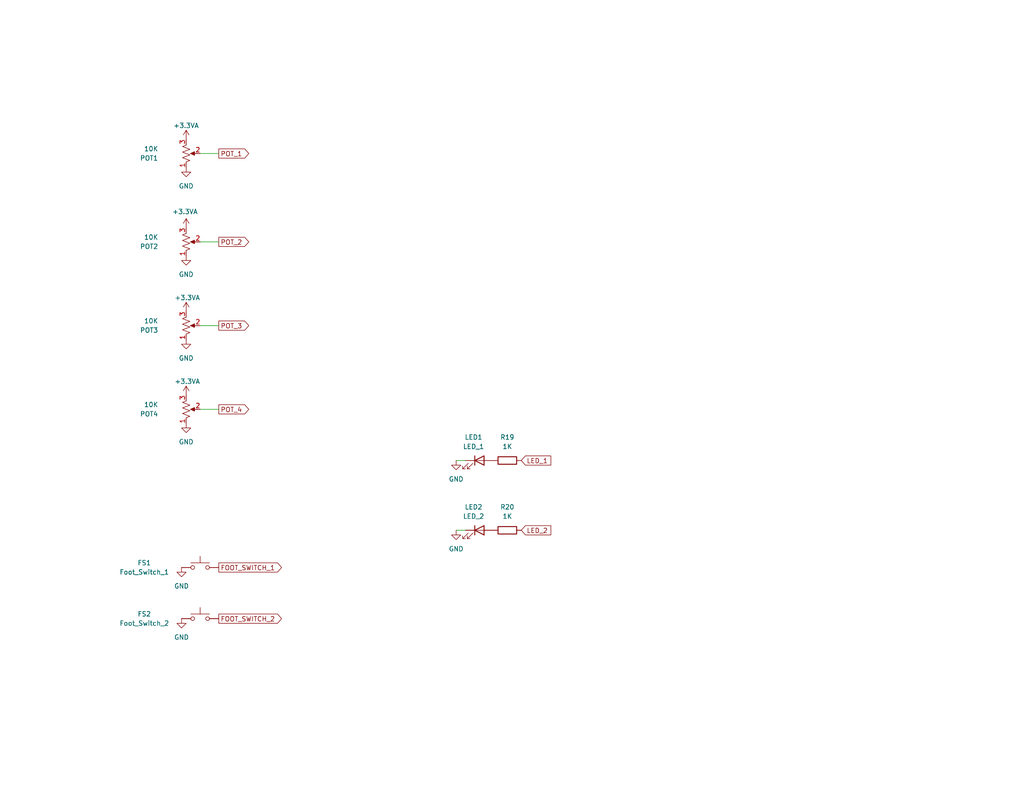
<source format=kicad_sch>
(kicad_sch (version 20231120) (generator "eeschema") (generator_version "8.0")
  (paper "USLetter")
  (title_block (title "Daisy Seed Guitar Pedal 1590B") (date "2023-11-12") (rev "6") (company "Made by Keith Shepherd (kshep@mac.com)"))
  (lib_symbols
    (symbol "Device:LED" (pin_numbers hide) (pin_names (offset 1.016) hide)
      (property "Reference" "D" (at 0 2.54 0))
      (property "Value" "LED" (at 0 -2.54 0))
      (symbol "LED_0_1"
        (polyline (pts (xy -1.27 -1.27) (xy -1.27 1.27)) (stroke (width 0.254)))
        (polyline (pts (xy -1.27 0) (xy 1.27 0)))
        (polyline (pts (xy 1.27 -1.27) (xy 1.27 1.27) (xy -1.27 0) (xy 1.27 -1.27)) (stroke (width 0.254)))
        (polyline (pts (xy -3.048 -0.762) (xy -4.572 -2.286) (xy -3.81 -2.286) (xy -4.572 -2.286) (xy -4.572 -1.524)))
        (polyline (pts (xy -1.778 -0.762) (xy -3.302 -2.286) (xy -2.54 -2.286) (xy -3.302 -2.286) (xy -3.302 -1.524)))
      )
      (symbol "LED_1_1"
        (pin passive line (at -3.81 0 0) (length 2.54) (name "K") (number "1"))
        (pin passive line (at 3.81 0 180) (length 2.54) (name "A") (number "2"))
      )
    )
    (symbol "Device:R" (pin_numbers hide) (pin_names (offset 0))
      (property "Reference" "R" (at 2.032 0 90))
      (property "Value" "R" (at 0 0 90))
      (symbol "R_0_1"
        (rectangle (start -1.016 -2.54) (end 1.016 2.54) (stroke (width 0.254)))
      )
      (symbol "R_1_1"
        (pin passive line (at 0 3.81 270) (length 1.27) (name "~") (number "1"))
        (pin passive line (at 0 -3.81 90) (length 1.27) (name "~") (number "2"))
      )
    )
    (symbol "Device:R_Potentiometer_US" (pin_names (offset 1.016) hide)
      (property "Reference" "RV" (at -4.445 0 90))
      (property "Value" "R_Potentiometer_US" (at -2.54 0 90))
      (symbol "R_Potentiometer_US_0_1"
        (polyline (pts (xy 0 -2.286) (xy 0 -2.54)))
        (polyline (pts (xy 0 2.54) (xy 0 2.286)))
        (polyline (pts (xy 2.54 0) (xy 1.524 0)))
        (polyline (pts (xy 1.143 0) (xy 2.286 0.508) (xy 2.286 -0.508) (xy 1.143 0)) (fill (type outline)))
        (polyline (pts (xy 0 -0.762) (xy 1.016 -1.143) (xy 0 -1.524) (xy -1.016 -1.905) (xy 0 -2.286)))
        (polyline (pts (xy 0 0.762) (xy 1.016 0.381) (xy 0 0) (xy -1.016 -0.381) (xy 0 -0.762)))
        (polyline (pts (xy 0 2.286) (xy 1.016 1.905) (xy 0 1.524) (xy -1.016 1.143) (xy 0 0.762)))
      )
      (symbol "R_Potentiometer_US_1_1"
        (pin passive line (at 0 3.81 270) (length 1.27) (name "1") (number "1"))
        (pin passive line (at 3.81 0 180) (length 1.27) (name "2") (number "2"))
        (pin passive line (at 0 -3.81 90) (length 1.27) (name "3") (number "3"))
      )
    )
    (symbol "Switch:SW_Push" (pin_numbers hide) (pin_names (offset 1.016) hide)
      (property "Reference" "SW" (at 1.27 2.54 0))
      (property "Value" "SW_Push" (at 0 -1.524 0))
      (symbol "SW_Push_0_1"
        (circle (center -2.032 0) (radius 0.508))
        (polyline (pts (xy 0 1.27) (xy 0 3.048)))
        (polyline (pts (xy 2.54 1.27) (xy -2.54 1.27)))
        (circle (center 2.032 0) (radius 0.508))
        (pin passive line (at -5.08 0 0) (length 2.54) (name "1") (number "1"))
        (pin passive line (at 5.08 0 180) (length 2.54) (name "2") (number "2"))
      )
    )
    (symbol "power:+3.3VA" (power) (pin_names (offset 0))
      (property "Value" "+3.3VA" (at 0 3.556 0))
      (symbol "+3.3VA_0_1"
        (polyline (pts (xy -0.762 1.27) (xy 0 2.54)))
        (polyline (pts (xy 0 0) (xy 0 2.54)))
        (polyline (pts (xy 0 2.54) (xy 0.762 1.27)))
      )
      (symbol "+3.3VA_1_1"
        (pin power_in line (at 0 0 90) (length 0) hide (name "+3.3VA") (number "1"))
      )
    )
    (symbol "power:GND" (power) (pin_names (offset 0))
      (property "Value" "GND" (at 0 -3.81 0))
      (symbol "GND_0_1"
        (polyline (pts (xy 0 0) (xy 0 -1.27) (xy 1.27 -1.27) (xy 0 -2.54) (xy -1.27 -1.27) (xy 0 -1.27)))
      )
      (symbol "GND_1_1"
        (pin power_in line (at 0 0 270) (length 0) hide (name "GND") (number "1"))
      )
    )
  )
  (wire (pts (xy 54.61 111.76) (xy 59.69 111.76)))
  (wire (pts (xy 54.61 66.04) (xy 59.69 66.04)))
  (wire (pts (xy 54.61 88.9) (xy 59.69 88.9)))
  (wire (pts (xy 54.61 41.91) (xy 59.69 41.91)))
  (wire (pts (xy 124.46 125.73) (xy 127 125.73)))
  (wire (pts (xy 124.46 144.78) (xy 127 144.78)))
  (global_label "POT_2" (shape output) (at 59.69 66.04 0) (property "Intersheetrefs" "${INTERSHEET_REFS}" (effects (hide yes))))
  (global_label "POT_3" (shape output) (at 59.69 88.9 0) (property "Intersheetrefs" "${INTERSHEET_REFS}" (effects (hide yes))))
  (global_label "POT_4" (shape output) (at 59.69 111.76 0) (property "Intersheetrefs" "${INTERSHEET_REFS}" (effects (hide yes))))
  (global_label "LED_1" (shape input) (at 142.24 125.73 0) (property "Intersheetrefs" "${INTERSHEET_REFS}" (effects (hide yes))))
  (global_label "POT_1" (shape output) (at 59.69 41.91 0) (property "Intersheetrefs" "${INTERSHEET_REFS}" (effects (hide yes))))
  (global_label "LED_2" (shape input) (at 142.24 144.78 0) (property "Intersheetrefs" "${INTERSHEET_REFS}" (effects (hide yes))))
  (global_label "FOOT_SWITCH_2" (shape output) (at 59.69 168.91 0) (property "Intersheetrefs" "${INTERSHEET_REFS}" (effects (hide yes))))
  (global_label "FOOT_SWITCH_1" (shape output) (at 59.69 154.94 0) (property "Intersheetrefs" "${INTERSHEET_REFS}" (effects (hide yes))))
  (symbol (lib_id "Switch:SW_Push") (at 54.61 168.91 0) (unit 1)
    (property "Reference" "FS2" (at 39.37 167.64 0))
    (property "Value" "Foot_Switch_2" (at 39.37 170.18 0))
    (property "Footprint" "Connector_PinHeader_2.54mm:PinHeader_1x02_P2.54mm_Vertical" (effects (hide yes)))
    (instances (project "DaisySeedPedal1590b" (path "" (reference "FS2") (unit 1))) (project "Controls" (path "" (reference "FS1") (unit 1))))
  )
  (symbol (lib_id "power:GND") (at 49.53 168.91 0) (unit 1)
    (property "Reference" "#PWR08" (effects (hide yes)))
    (property "Value" "GND" (at 49.53 173.99 0))
    (instances (project "DaisySeedPedal1590b" (path "" (reference "#PWR08") (unit 1))) (project "Controls" (path "" (reference "#PWR0102") (unit 1))))
  )
  (symbol (lib_id "power:+3.3VA") (at 50.8 62.23 0) (mirror y) (unit 1)
    (property "Reference" "#PWR028" (effects (hide yes)))
    (property "Value" "+3.3VA" (at 53.975 57.785 0) (effects (justify left)))
    (instances (project "DaisySeedPedal1590b" (path "" (reference "#PWR028") (unit 1))) (project "Controls" (path "" (reference "#PWR0108") (unit 1))))
  )
  (symbol (lib_id "Device:R_Potentiometer_US") (at 50.8 41.91 0) (mirror x) (unit 1)
    (property "Reference" "POT1" (at 43.18 43.18 0) (effects (justify right)))
    (property "Value" "10K" (at 43.18 40.64 0) (effects (justify right)))
    (property "Footprint" "GuitarPedal1590b:Pot_RightAngle_LongPin_16mm" (effects (hide yes)))
    (instances (project "DaisySeedPedal1590b" (path "" (reference "POT1") (unit 1))) (project "Controls" (path "" (reference "POT4") (unit 1))))
  )
  (symbol (lib_id "Device:R_Potentiometer_US") (at 50.8 66.04 0) (mirror x) (unit 1)
    (property "Reference" "POT2" (at 43.18 67.31 0) (effects (justify right)))
    (property "Value" "10K" (at 43.18 64.77 0) (effects (justify right)))
    (property "Footprint" "GuitarPedal1590b:Pot_RightAngle_LongPin_16mm" (effects (hide yes)))
    (instances (project "DaisySeedPedal1590b" (path "" (reference "POT2") (unit 1))) (project "Controls" (path "" (reference "POT3") (unit 1))))
  )
  (symbol (lib_id "Device:R") (at 138.43 144.78 90) (unit 1)
    (property "Reference" "R20" (at 138.43 138.43 90))
    (property "Value" "1K" (at 138.43 140.97 90))
    (property "Footprint" "Resistor_THT:R_Axial_DIN0207_L6.3mm_D2.5mm_P7.62mm_Horizontal" (effects (hide yes)))
  )
  (symbol (lib_id "power:GND") (at 124.46 144.78 0) (unit 1)
    (property "Reference" "#PWR035" (effects (hide yes)))
    (property "Value" "GND" (at 124.46 149.86 0))
    (instances (project "DaisySeedPedal1590b" (path "" (reference "#PWR035") (unit 1))) (project "Controls" (path "" (reference "#PWR0101") (unit 1))))
  )
  (symbol (lib_id "Device:R_Potentiometer_US") (at 50.8 111.76 0) (mirror x) (unit 1)
    (property "Reference" "POT4" (at 43.18 113.03 0) (effects (justify right)))
    (property "Value" "10K" (at 43.18 110.49 0) (effects (justify right)))
    (property "Footprint" "GuitarPedal1590b:Pot_RightAngle_LongPin_16mm" (effects (hide yes)))
    (instances (project "DaisySeedPedal1590b" (path "" (reference "POT4") (unit 1))) (project "Controls" (path "" (reference "POT1") (unit 1))))
  )
  (symbol (lib_id "power:+3.3VA") (at 50.8 38.1 0) (mirror y) (unit 1)
    (property "Reference" "#PWR019" (effects (hide yes)))
    (property "Value" "+3.3VA" (at 50.8 34.29 0))
    (instances (project "DaisySeedPedal1590b" (path "" (reference "#PWR019") (unit 1))) (project "Controls" (path "" (reference "#PWR0109") (unit 1))))
  )
  (symbol (lib_id "Switch:SW_Push") (at 54.61 154.94 0) (unit 1)
    (property "Reference" "FS1" (at 39.37 153.67 0))
    (property "Value" "Foot_Switch_1" (at 39.37 156.21 0))
    (property "Footprint" "Connector_PinHeader_2.54mm:PinHeader_1x02_P2.54mm_Vertical" (effects (hide yes)))
    (instances (project "DaisySeedPedal1590b" (path "" (reference "FS1") (unit 1))) (project "Controls" (path "" (reference "FS2") (unit 1))))
  )
  (symbol (lib_id "power:GND") (at 49.53 154.94 0) (unit 1)
    (property "Reference" "#PWR01" (effects (hide yes)))
    (property "Value" "GND" (at 49.53 160.02 0))
    (instances (project "DaisySeedPedal1590b" (path "" (reference "#PWR01") (unit 1))) (project "Controls" (path "" (reference "#PWR0103") (unit 1))))
  )
  (symbol (lib_id "Device:LED") (at 130.81 144.78 0) (unit 1)
    (property "Reference" "LED2" (at 129.2225 138.43 0))
    (property "Value" "LED_2" (at 129.2225 140.97 0))
    (property "Footprint" "Connector_PinHeader_2.54mm:PinHeader_1x02_P2.54mm_Vertical" (effects (hide yes)))
    (instances (project "DaisySeedPedal1590b" (path "" (reference "LED2") (unit 1))) (project "Controls" (path "" (reference "LED1") (unit 1))))
  )
  (symbol (lib_id "power:GND") (at 124.46 125.73 0) (unit 1)
    (property "Reference" "#PWR034" (effects (hide yes)))
    (property "Value" "GND" (at 124.46 130.81 0))
    (instances (project "DaisySeedPedal1590b" (path "" (reference "#PWR034") (unit 1))) (project "Controls" (path "" (reference "#PWR0104") (unit 1))))
  )
  (symbol (lib_id "power:GND") (at 50.8 45.72 0) (mirror y) (unit 1)
    (property "Reference" "#PWR020" (effects (hide yes)))
    (property "Value" "GND" (at 50.8 50.8 0))
    (instances (project "DaisySeedPedal1590b" (path "" (reference "#PWR020") (unit 1))) (project "Controls" (path "" (reference "#PWR034") (unit 1))))
  )
  (symbol (lib_id "power:+3.3VA") (at 50.8 107.95 0) (mirror y) (unit 1)
    (property "Reference" "#PWR032" (effects (hide yes)))
    (property "Value" "+3.3VA" (at 54.61 104.14 0) (effects (justify left)))
    (instances (project "DaisySeedPedal1590b" (path "" (reference "#PWR032") (unit 1))) (project "Controls" (path "" (reference "#PWR0106") (unit 1))))
  )
  (symbol (lib_id "Device:R") (at 138.43 125.73 90) (unit 1)
    (property "Reference" "R19" (at 138.43 119.38 90))
    (property "Value" "1K" (at 138.43 121.92 90))
    (property "Footprint" "Resistor_THT:R_Axial_DIN0207_L6.3mm_D2.5mm_P7.62mm_Horizontal" (effects (hide yes)))
  )
  (symbol (lib_id "Device:R_Potentiometer_US") (at 50.8 88.9 0) (mirror x) (unit 1)
    (property "Reference" "POT3" (at 43.18 90.17 0) (effects (justify right)))
    (property "Value" "10K" (at 43.18 87.63 0) (effects (justify right)))
    (property "Footprint" "GuitarPedal1590b:Pot_RightAngle_LongPin_16mm" (effects (hide yes)))
    (instances (project "DaisySeedPedal1590b" (path "" (reference "POT3") (unit 1))) (project "Controls" (path "" (reference "POT2") (unit 1))))
  )
  (symbol (lib_id "power:GND") (at 50.8 115.57 0) (mirror y) (unit 1)
    (property "Reference" "#PWR033" (effects (hide yes)))
    (property "Value" "GND" (at 50.8 120.65 0))
    (instances (project "DaisySeedPedal1590b" (path "" (reference "#PWR033") (unit 1))) (project "Controls" (path "" (reference "#PWR028") (unit 1))))
  )
  (symbol (lib_id "power:+3.3VA") (at 50.8 85.09 0) (mirror y) (unit 1)
    (property "Reference" "#PWR030" (effects (hide yes)))
    (property "Value" "+3.3VA" (at 54.61 81.28 0) (effects (justify left)))
    (instances (project "DaisySeedPedal1590b" (path "" (reference "#PWR030") (unit 1))) (project "Controls" (path "" (reference "#PWR0107") (unit 1))))
  )
  (symbol (lib_id "Device:LED") (at 130.81 125.73 0) (unit 1)
    (property "Reference" "LED1" (at 129.2225 119.38 0))
    (property "Value" "LED_1" (at 129.2225 121.92 0))
    (property "Footprint" "Connector_PinHeader_2.54mm:PinHeader_1x02_P2.54mm_Vertical" (effects (hide yes)))
    (instances (project "DaisySeedPedal1590b" (path "" (reference "LED1") (unit 1))) (project "Controls" (path "" (reference "LED2") (unit 1))))
  )
  (symbol (lib_id "power:GND") (at 50.8 69.85 0) (mirror y) (unit 1)
    (property "Reference" "#PWR029" (effects (hide yes)))
    (property "Value" "GND" (at 50.8 74.93 0))
    (instances (project "DaisySeedPedal1590b" (path "" (reference "#PWR029") (unit 1))) (project "Controls" (path "" (reference "#PWR032") (unit 1))))
  )
  (symbol (lib_id "power:GND") (at 50.8 92.71 0) (mirror y) (unit 1)
    (property "Reference" "#PWR031" (effects (hide yes)))
    (property "Value" "GND" (at 50.8 97.79 0))
    (instances (project "DaisySeedPedal1590b" (path "" (reference "#PWR031") (unit 1))) (project "Controls" (path "" (reference "#PWR030") (unit 1))))
  )
)
</source>
